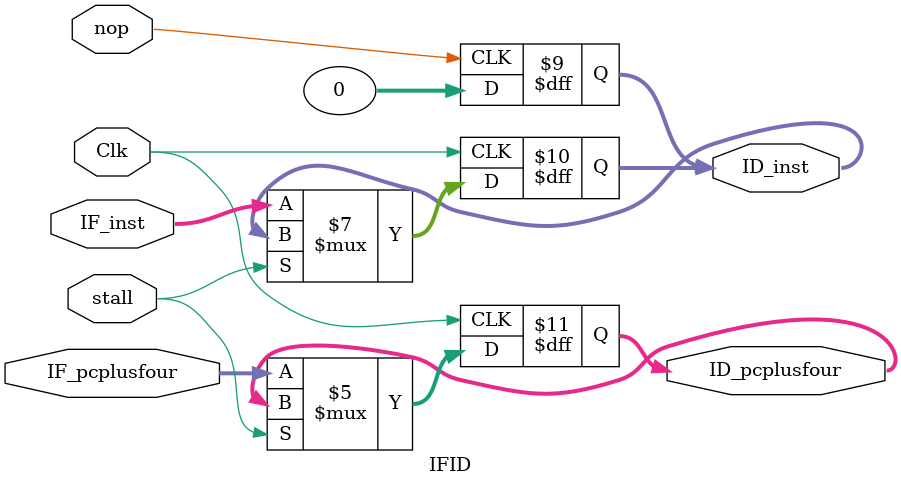
<source format=v>
`timescale 1ns / 1ps

module IFID(
	input Clk,
	input nop,
	input stall,
	input [31:0] IF_inst,
	output reg [31:0] ID_inst,
	input [31:0] IF_pcplusfour,
	output reg [31:0] ID_pcplusfour
    );
	
	always @ (posedge Clk)
	begin
		if(stall == 0)
		begin
			ID_inst <= IF_inst;
			ID_pcplusfour <= IF_pcplusfour;
		end
	end
	
	always @ (posedge nop)
	begin
		ID_inst <= 32'h00000000;
		//????这里需要对pc做改动吗
	end
	
	initial begin
		ID_inst = 32'h00000000;
		ID_pcplusfour = 32'h00000000;
	end
endmodule

</source>
